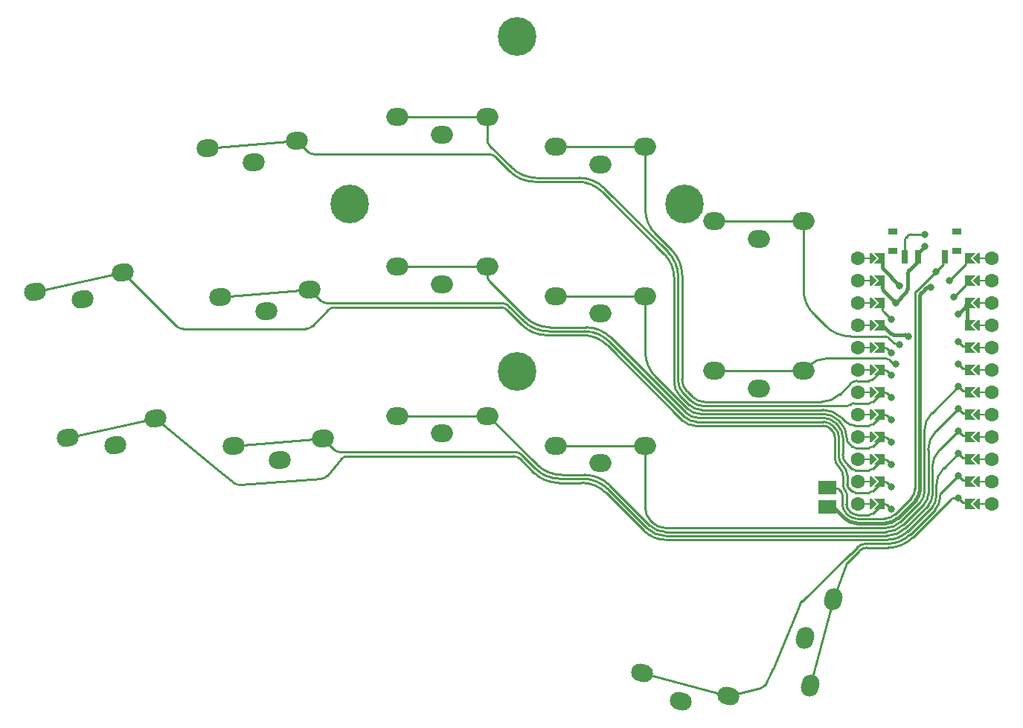
<source format=gbr>
G04 #@! TF.GenerationSoftware,KiCad,Pcbnew,6.0.0-d3dd2cf0fa~116~ubuntu20.04.1*
G04 #@! TF.CreationDate,2022-01-08T10:42:02-05:00*
G04 #@! TF.ProjectId,phantoma,7068616e-746f-46d6-912e-6b696361645f,0.1*
G04 #@! TF.SameCoordinates,Original*
G04 #@! TF.FileFunction,Copper,L1,Top*
G04 #@! TF.FilePolarity,Positive*
%FSLAX46Y46*%
G04 Gerber Fmt 4.6, Leading zero omitted, Abs format (unit mm)*
G04 Created by KiCad (PCBNEW 6.0.0-d3dd2cf0fa~116~ubuntu20.04.1) date 2022-01-08 10:42:02*
%MOMM*%
%LPD*%
G01*
G04 APERTURE LIST*
G04 Aperture macros list*
%AMHorizOval*
0 Thick line with rounded ends*
0 $1 width*
0 $2 $3 position (X,Y) of the first rounded end (center of the circle)*
0 $4 $5 position (X,Y) of the second rounded end (center of the circle)*
0 Add line between two ends*
20,1,$1,$2,$3,$4,$5,0*
0 Add two circle primitives to create the rounded ends*
1,1,$1,$2,$3*
1,1,$1,$4,$5*%
%AMFreePoly0*
4,1,6,0.600000,0.200000,0.000000,-0.400000,-0.600000,0.200000,-0.600000,0.400000,0.600000,0.400000,0.600000,0.200000,0.600000,0.200000,$1*%
%AMFreePoly1*
4,1,5,0.125000,-0.500000,-0.125000,-0.500000,-0.125000,0.500000,0.125000,0.500000,0.125000,-0.500000,0.125000,-0.500000,$1*%
%AMFreePoly2*
4,1,6,0.600000,-0.250000,-0.600000,-0.250000,-0.600000,1.000000,0.000000,0.400000,0.600000,1.000000,0.600000,-0.250000,0.600000,-0.250000,$1*%
G04 Aperture macros list end*
G04 #@! TA.AperFunction,ComponentPad*
%ADD10HorizOval,2.000000X0.244074X0.054110X-0.244074X-0.054110X0*%
G04 #@! TD*
G04 #@! TA.AperFunction,ComponentPad*
%ADD11HorizOval,2.000000X0.249049X0.021789X-0.249049X-0.021789X0*%
G04 #@! TD*
G04 #@! TA.AperFunction,ComponentPad*
%ADD12O,2.500000X2.000000*%
G04 #@! TD*
G04 #@! TA.AperFunction,ComponentPad*
%ADD13HorizOval,2.000000X0.241481X-0.064705X-0.241481X0.064705X0*%
G04 #@! TD*
G04 #@! TA.AperFunction,ComponentPad*
%ADD14HorizOval,2.000000X-0.064705X-0.241481X0.064705X0.241481X0*%
G04 #@! TD*
G04 #@! TA.AperFunction,SMDPad,CuDef*
%ADD15R,2.100000X1.500000*%
G04 #@! TD*
G04 #@! TA.AperFunction,ComponentPad*
%ADD16C,1.600000*%
G04 #@! TD*
G04 #@! TA.AperFunction,SMDPad,CuDef*
%ADD17FreePoly0,90.000000*%
G04 #@! TD*
G04 #@! TA.AperFunction,SMDPad,CuDef*
%ADD18FreePoly0,270.000000*%
G04 #@! TD*
G04 #@! TA.AperFunction,SMDPad,CuDef*
%ADD19FreePoly1,270.000000*%
G04 #@! TD*
G04 #@! TA.AperFunction,SMDPad,CuDef*
%ADD20FreePoly1,90.000000*%
G04 #@! TD*
G04 #@! TA.AperFunction,SMDPad,CuDef*
%ADD21FreePoly2,270.000000*%
G04 #@! TD*
G04 #@! TA.AperFunction,SMDPad,CuDef*
%ADD22FreePoly2,90.000000*%
G04 #@! TD*
G04 #@! TA.AperFunction,SMDPad,CuDef*
%ADD23R,1.000000X0.800000*%
G04 #@! TD*
G04 #@! TA.AperFunction,SMDPad,CuDef*
%ADD24R,0.700000X1.500000*%
G04 #@! TD*
G04 #@! TA.AperFunction,ComponentPad*
%ADD25C,4.400000*%
G04 #@! TD*
G04 #@! TA.AperFunction,ViaPad*
%ADD26C,0.800000*%
G04 #@! TD*
G04 #@! TA.AperFunction,Conductor*
%ADD27C,0.250000*%
G04 #@! TD*
G04 #@! TA.AperFunction,Conductor*
%ADD28C,0.400000*%
G04 #@! TD*
G04 APERTURE END LIST*
D10*
X32925503Y-68182001D03*
X42883722Y-65974317D03*
X38337492Y-69030751D03*
D11*
X52514091Y-51867116D03*
X62675277Y-50978127D03*
X57768996Y-53415011D03*
D12*
X74140000Y-48305728D03*
X84340000Y-48305728D03*
X79240000Y-50305728D03*
X102349010Y-51674444D03*
X92149010Y-51674444D03*
X97249010Y-53674444D03*
X120349006Y-60174447D03*
X110149006Y-60174447D03*
X115249006Y-62174447D03*
D10*
X36604979Y-84779027D03*
X46563198Y-82571343D03*
X42016968Y-85627777D03*
D11*
X64156919Y-67913443D03*
X53995733Y-68802432D03*
X59250638Y-70350327D03*
D12*
X74140000Y-65305728D03*
X84340000Y-65305728D03*
X79240000Y-67305728D03*
X102349010Y-68674441D03*
X92149010Y-68674441D03*
X97249010Y-70674441D03*
X110149010Y-77174446D03*
X120349010Y-77174446D03*
X115249010Y-79174446D03*
D11*
X55477381Y-85737740D03*
X65638567Y-84848751D03*
X60732286Y-87285635D03*
D12*
X74140000Y-82305739D03*
X84340000Y-82305739D03*
X79240000Y-84305739D03*
X92149010Y-85674443D03*
X102349010Y-85674443D03*
X97249010Y-87674443D03*
D13*
X101971662Y-111503864D03*
X111824105Y-114143818D03*
X106380246Y-114755692D03*
D14*
X123766274Y-103112052D03*
X121126320Y-112964495D03*
X120514446Y-107520636D03*
D15*
X123046965Y-92679741D03*
X123046965Y-90479741D03*
D16*
X126519009Y-64334446D03*
X141759009Y-74494446D03*
D17*
X128297009Y-71954446D03*
D18*
X139981009Y-82114446D03*
D16*
X141759009Y-69414446D03*
X126519009Y-71954446D03*
X126519009Y-77034446D03*
D17*
X128297009Y-87194446D03*
D19*
X140489009Y-71954446D03*
D17*
X128297009Y-92274446D03*
D16*
X141759009Y-79574446D03*
D17*
X128297009Y-84654446D03*
D16*
X141759009Y-92274446D03*
D19*
X140489009Y-77034446D03*
D18*
X139981009Y-87194446D03*
D17*
X128297009Y-77034446D03*
X128297009Y-79574446D03*
D16*
X126519009Y-66874446D03*
D19*
X140489009Y-69414446D03*
D16*
X141759009Y-84654446D03*
D19*
X140489009Y-87194446D03*
D17*
X128297009Y-64334446D03*
D16*
X141759009Y-77034446D03*
D19*
X140489009Y-82114446D03*
D20*
X127789009Y-89734446D03*
D16*
X141759009Y-64334446D03*
D17*
X128297009Y-66874446D03*
X128297009Y-89734446D03*
D18*
X139981009Y-89734446D03*
D20*
X127789009Y-69414446D03*
D16*
X141759009Y-82114446D03*
D19*
X140489009Y-89734446D03*
X140489009Y-79574446D03*
D16*
X141759009Y-71954446D03*
D19*
X140489009Y-84654446D03*
D16*
X126519009Y-69414446D03*
D20*
X127789009Y-74494446D03*
D17*
X128297009Y-74494446D03*
D18*
X139981009Y-79574446D03*
D16*
X126519009Y-89734446D03*
X126519009Y-79574446D03*
D17*
X128297009Y-69414446D03*
D19*
X140489009Y-92274446D03*
D20*
X127789009Y-66874446D03*
X127789009Y-87194446D03*
D16*
X126519009Y-87194446D03*
D18*
X139981009Y-74494446D03*
D20*
X127789009Y-84654446D03*
X127789009Y-77034446D03*
D19*
X140489009Y-74494446D03*
D16*
X141759009Y-66874446D03*
D20*
X127789009Y-64334446D03*
D18*
X139981009Y-69414446D03*
D20*
X127789009Y-79574446D03*
X127789009Y-71954446D03*
X127789009Y-82114446D03*
D16*
X126519009Y-74494446D03*
D18*
X139981009Y-71954446D03*
D16*
X126519009Y-84654446D03*
D18*
X139981009Y-66874446D03*
D19*
X140489009Y-66874446D03*
D16*
X126519009Y-92274446D03*
D18*
X139981009Y-64334446D03*
D16*
X126519009Y-82114446D03*
D19*
X140489009Y-64334446D03*
D18*
X139981009Y-84654446D03*
D16*
X141759009Y-89734446D03*
D18*
X139981009Y-92274446D03*
D17*
X128297009Y-82114446D03*
D18*
X139981009Y-77034446D03*
D20*
X127789009Y-92274446D03*
D16*
X141759009Y-87194446D03*
D21*
X138965009Y-64334446D03*
X138965009Y-66874446D03*
X138965009Y-69414446D03*
X138965009Y-71954446D03*
X138965009Y-74494446D03*
X138965009Y-77034446D03*
X138965009Y-79574446D03*
X138965009Y-82114446D03*
X138965009Y-84654446D03*
X138965009Y-87194446D03*
X138965009Y-89734446D03*
X138965009Y-92274446D03*
D22*
X129313009Y-92274446D03*
X129313009Y-89734446D03*
X129313009Y-87194446D03*
X129313009Y-84654446D03*
X129313009Y-82114446D03*
X129313009Y-79574446D03*
X129313009Y-77034446D03*
X129313009Y-74494446D03*
X129313009Y-71954446D03*
X129313009Y-69414446D03*
X129313009Y-66874446D03*
X129313009Y-64334446D03*
D23*
X130497486Y-63541256D03*
X137797486Y-61341256D03*
X137797486Y-63541256D03*
X130497486Y-61341256D03*
D24*
X136397486Y-64191256D03*
X133397486Y-64191256D03*
X131897486Y-64191256D03*
D25*
X68707000Y-58166000D03*
X87757000Y-39116000D03*
X106807000Y-58166000D03*
X87757000Y-77216000D03*
D26*
X134147489Y-61641258D03*
X130313005Y-92909447D03*
X130313007Y-82749441D03*
X130313007Y-80209443D03*
X130313006Y-77669446D03*
X137965009Y-73859446D03*
X131313009Y-74176946D03*
X137965007Y-86559444D03*
X130313008Y-90369445D03*
X130313007Y-87829443D03*
X130313009Y-85289444D03*
X137965009Y-76399444D03*
X130813009Y-76399446D03*
X137965005Y-84019446D03*
X137965011Y-81479447D03*
X137965007Y-78939446D03*
X137965007Y-89099443D03*
X137965009Y-91639446D03*
X130313008Y-71319445D03*
X137465008Y-68779446D03*
X136965009Y-66874444D03*
X130813008Y-69414444D03*
X137965007Y-70684444D03*
X134147491Y-63041258D03*
X132313009Y-73224443D03*
X123046965Y-90479742D03*
X135419174Y-65864289D03*
X123046964Y-92679742D03*
X134818840Y-67673956D03*
X131313008Y-67509445D03*
X130313007Y-75129443D03*
D27*
X125215274Y-99232558D02*
G75*
G02*
X125353084Y-99018230I562072J-209936D01*
G01*
X115536996Y-113252822D02*
G75*
G03*
X115933643Y-112937714I-140014J583441D01*
G01*
X101971662Y-111503864D02*
X111824105Y-114143818D01*
X115536996Y-113252822D02*
X111824105Y-114143818D01*
X121126320Y-112964495D02*
X123766274Y-103112052D01*
X125215274Y-99232558D02*
X123766274Y-103112052D01*
X131897489Y-62318221D02*
X131897489Y-64191257D01*
X132220901Y-61787703D02*
X132043936Y-61964667D01*
X134147489Y-61641258D02*
X132574454Y-61641257D01*
X132043936Y-61964667D02*
G75*
G03*
X131897489Y-62318221I353550J-353553D01*
G01*
X132220901Y-61787703D02*
G75*
G02*
X132574454Y-61641257I353553J-353556D01*
G01*
X49006512Y-72097107D02*
X42883722Y-65974317D01*
X124860480Y-89223236D02*
X124860480Y-90309091D01*
X129824454Y-92420891D02*
X130313005Y-92909447D01*
X123328133Y-83701005D02*
X123618547Y-83991419D01*
X98044504Y-74282276D02*
X106584555Y-82822325D01*
X86604153Y-70241176D02*
X88302112Y-71939130D01*
X129313004Y-92274443D02*
X129470899Y-92274443D01*
X66283823Y-70241177D02*
X64427893Y-72097107D01*
X126414214Y-93540000D02*
X127840348Y-93540000D01*
X125230000Y-91092825D02*
X125230000Y-92355786D01*
X63720786Y-72390000D02*
X49713619Y-72390000D01*
X42883722Y-65974317D02*
X32925503Y-68182001D01*
X85897047Y-69948284D02*
X66990930Y-69948284D01*
X128193902Y-93393553D02*
X129313009Y-92274446D01*
X125006927Y-90662645D02*
X125083554Y-90739272D01*
X123911440Y-84698526D02*
X123911440Y-87031556D01*
X125522893Y-93062893D02*
X125707107Y-93247107D01*
X107998768Y-83408112D02*
X122621026Y-83408112D01*
X91130532Y-73110701D02*
X95216077Y-73110701D01*
X124350780Y-88092216D02*
X124421140Y-88162576D01*
X98044504Y-74282276D02*
G75*
G03*
X95216077Y-73110701I-2828427J-2828419D01*
G01*
X125006927Y-90662645D02*
G75*
G02*
X124860480Y-90309091I353550J353553D01*
G01*
X125083554Y-90739272D02*
G75*
G02*
X125230000Y-91092825I-353556J-353553D01*
G01*
X123911439Y-84698526D02*
G75*
G03*
X123618546Y-83991420I-999993J3D01*
G01*
X125522893Y-93062893D02*
G75*
G02*
X125230000Y-92355786I707106J707106D01*
G01*
X124421140Y-88162576D02*
G75*
G02*
X124860480Y-89223236I-1060662J-1060661D01*
G01*
X91130532Y-73110700D02*
G75*
G02*
X88302113Y-71939129I15J4000023D01*
G01*
X127840348Y-93540000D02*
G75*
G03*
X128193902Y-93393553I1J499997D01*
G01*
X124350780Y-88092216D02*
G75*
G02*
X123911440Y-87031556I1060662J1060661D01*
G01*
X126414214Y-93539999D02*
G75*
G02*
X125707108Y-93247106I-3J999993D01*
G01*
X122621026Y-83408113D02*
G75*
G02*
X123328132Y-83701006I3J-999993D01*
G01*
X63720786Y-72389999D02*
G75*
G03*
X64427892Y-72097106I3J999993D01*
G01*
X66990930Y-69948285D02*
G75*
G03*
X66283824Y-70241178I-3J-999993D01*
G01*
X49713619Y-72389999D02*
G75*
G02*
X49006513Y-72097106I-3J999993D01*
G01*
X107998768Y-83408111D02*
G75*
G02*
X106584556Y-82822324I-1J1999994D01*
G01*
X85897047Y-69948285D02*
G75*
G02*
X86604152Y-70241177I1J-999998D01*
G01*
X129470899Y-92274443D02*
G75*
G02*
X129824454Y-92420891I3J-499992D01*
G01*
X129313008Y-82114446D02*
X129470904Y-82114446D01*
X129824459Y-82260893D02*
X130313007Y-82749441D01*
X121497752Y-81610032D02*
X122537391Y-81610032D01*
X89770399Y-55661182D02*
X94640441Y-55661183D01*
X106217752Y-79912654D02*
X107329345Y-81024246D01*
X97468866Y-56832755D02*
X104460392Y-63824282D01*
X84574252Y-52536104D02*
X64647468Y-52536104D01*
X105631965Y-66652709D02*
X105631965Y-78498440D01*
X63940361Y-52243211D02*
X62675277Y-50978127D01*
X125110660Y-82940660D02*
X124658711Y-82488711D01*
X108743558Y-81610033D02*
X121497752Y-81610032D01*
X127840348Y-83380000D02*
X126171320Y-83380000D01*
X129313009Y-82114446D02*
X128193901Y-83233554D01*
X62675277Y-50978127D02*
X52514091Y-51867116D01*
X85281360Y-52828999D02*
X86941965Y-54489609D01*
X89770399Y-55661181D02*
G75*
G02*
X86941966Y-54489608I-15J3999980D01*
G01*
X97468866Y-56832755D02*
G75*
G03*
X94640441Y-55661183I-2828421J-2828416D01*
G01*
X84574252Y-52536104D02*
G75*
G02*
X85281360Y-52828999I-1J-1000001D01*
G01*
X108743558Y-81610032D02*
G75*
G02*
X107329346Y-81024245I-1J1999994D01*
G01*
X129824459Y-82260893D02*
G75*
G03*
X129470904Y-82114446I-353553J-353550D01*
G01*
X125110660Y-82940660D02*
G75*
G03*
X126171320Y-83380000I1060661J1060662D01*
G01*
X128193901Y-83233554D02*
G75*
G02*
X127840348Y-83380000I-353553J353556D01*
G01*
X105631965Y-66652709D02*
G75*
G03*
X104460392Y-63824282I-3999994J2D01*
G01*
X122537391Y-81610032D02*
G75*
G02*
X124658711Y-82488711I1J-2999998D01*
G01*
X106217752Y-79912654D02*
G75*
G02*
X105631965Y-78498440I1414217J1414216D01*
G01*
X64647468Y-52536103D02*
G75*
G02*
X63940362Y-52243210I-3J999993D01*
G01*
X129824454Y-79720891D02*
X130313007Y-80209443D01*
X97655064Y-56383236D02*
X104909912Y-63638085D01*
X125685935Y-81014065D02*
X125713554Y-80986446D01*
X89956590Y-55211664D02*
X94826637Y-55211660D01*
X128193902Y-80693553D02*
X129313009Y-79574446D01*
X108929755Y-81160512D02*
X125332381Y-81160512D01*
X84360310Y-50858018D02*
X84360310Y-48305728D01*
X106667273Y-79726455D02*
X107515542Y-80574727D01*
X97655065Y-56383235D02*
X97655064Y-56383236D01*
X126067107Y-80840000D02*
X127840348Y-80840000D01*
X84360310Y-48305728D02*
X74160310Y-48305728D01*
X87128165Y-54040087D02*
X84653203Y-51565125D01*
X129313006Y-79574444D02*
X129470902Y-79574444D01*
X106081485Y-66466513D02*
X106081485Y-78312242D01*
X129824454Y-79720891D02*
G75*
G03*
X129470902Y-79574444I-353551J-353545D01*
G01*
X108929755Y-81160512D02*
G75*
G02*
X107515542Y-80574727I1J2000004D01*
G01*
X127840348Y-80840000D02*
G75*
G03*
X128193902Y-80693553I1J499997D01*
G01*
X125332381Y-81160512D02*
G75*
G03*
X125685935Y-81014065I1J499997D01*
G01*
X89956590Y-55211663D02*
G75*
G02*
X87128165Y-54040087I7J4000002D01*
G01*
X106667273Y-79726455D02*
G75*
G02*
X106081485Y-78312242I1414202J1414211D01*
G01*
X106081485Y-66466513D02*
G75*
G03*
X104909912Y-63638085I-3999994J3D01*
G01*
X97655065Y-56383235D02*
G75*
G03*
X94826637Y-55211660I-2828454J-2828485D01*
G01*
X126067107Y-80840001D02*
G75*
G03*
X125713554Y-80986446I0J-500001D01*
G01*
X84360311Y-50858018D02*
G75*
G03*
X84653204Y-51565124I999993J-3D01*
G01*
X129313008Y-77034445D02*
X129470900Y-77034445D01*
X126404214Y-78320000D02*
X127820348Y-78320000D01*
X129824456Y-77180893D02*
X130313006Y-77669446D01*
X106531005Y-66280314D02*
X106531005Y-78126045D01*
X109115953Y-80710991D02*
X122356367Y-80710992D01*
X102349006Y-51674444D02*
X102349005Y-58784604D01*
X128173902Y-78173553D02*
X129313009Y-77034446D01*
X107116792Y-79540259D02*
X107701739Y-80125206D01*
X124477688Y-79832312D02*
X125697107Y-78612893D01*
X92149003Y-51674443D02*
X102349007Y-51674446D01*
X103520579Y-61613034D02*
X105359433Y-63451888D01*
X103520579Y-61613030D02*
X103520579Y-61613034D01*
X127820348Y-78320000D02*
G75*
G03*
X128173902Y-78173553I1J499997D01*
G01*
X124477688Y-79832312D02*
G75*
G02*
X122356367Y-80710992I-2121323J2121325D01*
G01*
X129824456Y-77180893D02*
G75*
G03*
X129470900Y-77034445I-353554J-353549D01*
G01*
X109115953Y-80710990D02*
G75*
G02*
X107701740Y-80125205I-5J1999992D01*
G01*
X106531005Y-66280314D02*
G75*
G03*
X105359433Y-63451888I-3999992J3D01*
G01*
X107116792Y-79540259D02*
G75*
G02*
X106531005Y-78126045I1414213J1414214D01*
G01*
X103520579Y-61613030D02*
G75*
G02*
X102349005Y-58784604I2828405J2828419D01*
G01*
X126404214Y-78320001D02*
G75*
G03*
X125697108Y-78612894I-3J-999993D01*
G01*
X125696854Y-73240000D02*
X129649672Y-73240000D01*
X121520579Y-70720579D02*
X122868427Y-72068427D01*
X130003226Y-73386447D02*
X130647279Y-74030500D01*
X120349006Y-60174447D02*
X120349006Y-67892152D01*
X138453559Y-74347997D02*
X137965009Y-73859446D01*
X138965009Y-74494444D02*
X138807113Y-74494444D01*
X110149006Y-60174447D02*
X120349009Y-60174449D01*
X131000832Y-74176946D02*
X131313009Y-74176946D01*
X120349006Y-67892152D02*
G75*
G03*
X121520579Y-70720579I3999999J0D01*
G01*
X130647279Y-74030500D02*
G75*
G03*
X131000832Y-74176946I353553J353556D01*
G01*
X125696854Y-73240000D02*
G75*
G02*
X122868427Y-72068427I0J3999999D01*
G01*
X129649672Y-73240000D02*
G75*
G02*
X130003226Y-73386447I1J-499997D01*
G01*
X138453559Y-74347997D02*
G75*
G03*
X138807113Y-74494444I353553J353550D01*
G01*
X136313800Y-88210651D02*
X137965007Y-86559444D01*
X67762522Y-87177478D02*
X66183887Y-89081310D01*
X88086788Y-87177478D02*
X89635740Y-88726430D01*
X46563198Y-82571343D02*
X36604979Y-84779027D01*
X138453561Y-87048000D02*
X137965007Y-86559444D01*
X87379681Y-86884585D02*
X68469629Y-86884585D01*
X104666470Y-96387120D02*
X129871335Y-96387120D01*
X53458768Y-88258211D02*
X46563198Y-82571343D01*
X132226001Y-95411785D02*
X134995780Y-92642005D01*
X138965008Y-87194447D02*
X138807114Y-87194447D01*
X135435120Y-91581345D02*
X135435120Y-90331972D01*
X55573724Y-89928203D02*
X53475375Y-88271612D01*
X65489830Y-89440139D02*
X56269099Y-90140448D01*
X97899177Y-91069575D02*
X102191597Y-95361994D01*
X92464167Y-89898003D02*
X95070750Y-89898003D01*
X88086788Y-87177478D02*
G75*
G03*
X87379681Y-86884585I-707106J-707106D01*
G01*
X97899177Y-91069575D02*
G75*
G03*
X95070750Y-89898003I-2828430J-2828436D01*
G01*
X66183886Y-89081309D02*
G75*
G02*
X65489830Y-89440138I-769788J638299D01*
G01*
X68469629Y-86884586D02*
G75*
G03*
X67762523Y-87177479I-3J-999993D01*
G01*
X135435121Y-90331972D02*
G75*
G02*
X136313801Y-88210652I2999993J3D01*
G01*
X132226001Y-95411785D02*
G75*
G02*
X129871335Y-96387120I-2354665J2354662D01*
G01*
X104666470Y-96387119D02*
G75*
G02*
X102191598Y-95361993I1J3500001D01*
G01*
X138453561Y-87048000D02*
G75*
G03*
X138807114Y-87194447I353555J353557D01*
G01*
X55573725Y-89928202D02*
G75*
G03*
X56269099Y-90140447I619642J784880D01*
G01*
X53458768Y-88258210D02*
G75*
G03*
X53475375Y-88271611I636249J771472D01*
G01*
X135435119Y-91581345D02*
G75*
G02*
X134995779Y-92642004I-1500001J1D01*
G01*
X92464167Y-89898003D02*
G75*
G02*
X89635740Y-88726430I0J3999999D01*
G01*
X98230698Y-73832754D02*
X106770749Y-82372806D01*
X124800300Y-87906018D02*
X124870660Y-87976378D01*
X125456447Y-90476447D02*
X125833554Y-90853554D01*
X124360960Y-84719434D02*
X124360960Y-86845358D01*
X86064121Y-69479636D02*
X66137326Y-69479636D01*
X126187107Y-91000000D02*
X127840348Y-91000000D01*
X125310000Y-89037038D02*
X125310000Y-90122893D01*
X91316735Y-72661181D02*
X95402271Y-72661182D01*
X121312528Y-82958593D02*
X122600119Y-82958593D01*
X108184964Y-82958593D02*
X108184962Y-82958591D01*
X65430219Y-69186743D02*
X64156919Y-67913443D01*
X129313009Y-89734443D02*
X129470902Y-89734443D01*
X123660779Y-83397933D02*
X123921620Y-83658774D01*
X121312528Y-82958593D02*
X108184964Y-82958593D01*
X86771228Y-69772530D02*
X88488306Y-71489611D01*
X128193902Y-90853553D02*
X129313009Y-89734446D01*
X129824455Y-89880890D02*
X130313008Y-90369445D01*
X64156919Y-67913443D02*
X53995733Y-68802432D01*
X129824455Y-89880890D02*
G75*
G03*
X129470902Y-89734443I-353555J-353557D01*
G01*
X108184962Y-82958591D02*
G75*
G02*
X106770749Y-82372806I1J2000004D01*
G01*
X124360961Y-86845358D02*
G75*
G03*
X124800301Y-87906017I1500001J1D01*
G01*
X86771228Y-69772530D02*
G75*
G03*
X86064121Y-69479636I-707108J-707107D01*
G01*
X98230698Y-73832754D02*
G75*
G03*
X95402271Y-72661182I-2828416J-2828403D01*
G01*
X125456447Y-90476447D02*
G75*
G02*
X125310000Y-90122893I353550J353553D01*
G01*
X127840348Y-91000000D02*
G75*
G03*
X128193902Y-90853553I1J499997D01*
G01*
X124870660Y-87976378D02*
G75*
G02*
X125310000Y-89037038I-1060662J-1060661D01*
G01*
X125833554Y-90853554D02*
G75*
G03*
X126187107Y-91000000I353553J353556D01*
G01*
X123921620Y-83658774D02*
G75*
G02*
X124360960Y-84719434I-1060662J-1060661D01*
G01*
X91316735Y-72661181D02*
G75*
G02*
X88488306Y-71489611I-9J3999989D01*
G01*
X123660779Y-83397933D02*
G75*
G03*
X122600119Y-82958593I-1060661J-1060662D01*
G01*
X66137326Y-69479635D02*
G75*
G02*
X65430220Y-69186742I-3J999993D01*
G01*
X98416906Y-73383238D02*
X106956954Y-81923285D01*
X84360306Y-66311683D02*
X84360306Y-65305728D01*
X129313007Y-87194443D02*
X129470902Y-87194443D01*
X123993422Y-83094858D02*
X124224694Y-83326130D01*
X128193902Y-88313553D02*
X129313009Y-87194446D01*
X129824454Y-87340890D02*
X130313007Y-87829443D01*
X88674500Y-71040091D02*
X84653199Y-67018790D01*
X84360306Y-65305728D02*
X74160306Y-65305728D01*
X126197107Y-88460000D02*
X127840348Y-88460000D01*
X113800929Y-82509071D02*
X122579208Y-82509071D01*
X108371167Y-82509072D02*
X113800929Y-82509071D01*
X91502926Y-72211666D02*
X95588481Y-72211668D01*
X125249820Y-87719820D02*
X125843554Y-88313554D01*
X124810480Y-84740343D02*
X124810480Y-86659160D01*
X122579208Y-82509072D02*
G75*
G02*
X123993421Y-83094859I0J-1999999D01*
G01*
X98416906Y-73383238D02*
G75*
G03*
X95588481Y-72211668I-2828411J-2828398D01*
G01*
X91502926Y-72211665D02*
G75*
G02*
X88674501Y-71040090I25J4000052D01*
G01*
X125843554Y-88313554D02*
G75*
G03*
X126197107Y-88460000I353553J353556D01*
G01*
X124224694Y-83326130D02*
G75*
G02*
X124810480Y-84740343I-1414214J-1414213D01*
G01*
X129824454Y-87340890D02*
G75*
G03*
X129470902Y-87194443I-353551J-353545D01*
G01*
X128193902Y-88313553D02*
G75*
G02*
X127840348Y-88460000I-353553J353550D01*
G01*
X125249820Y-87719820D02*
G75*
G02*
X124810480Y-86659160I1060662J1060661D01*
G01*
X108371167Y-82509071D02*
G75*
G02*
X106956955Y-81923284I-1J1999994D01*
G01*
X84653199Y-67018790D02*
G75*
G02*
X84360306Y-66311683I707106J707106D01*
G01*
X102349012Y-68674442D02*
X102349011Y-75022776D01*
X108557361Y-82059551D02*
X122039551Y-82059551D01*
X124326066Y-82791784D02*
X124527767Y-82993485D01*
X129824454Y-84800891D02*
X130313009Y-85289444D01*
X128183902Y-85783553D02*
X129313009Y-84654446D01*
X125260000Y-84761252D02*
X125260000Y-84952893D01*
X125406447Y-85306447D02*
X125883554Y-85783554D01*
X122039551Y-82059551D02*
X122558299Y-82059551D01*
X126237107Y-85930000D02*
X127830348Y-85930000D01*
X129313008Y-84654447D02*
X129470896Y-84654445D01*
X92149001Y-68674445D02*
X102349018Y-68674447D01*
X103520584Y-77851202D02*
X107143148Y-81473766D01*
X129824454Y-84800891D02*
G75*
G03*
X129470896Y-84654445I-353553J-353554D01*
G01*
X108557361Y-82059551D02*
G75*
G02*
X107143148Y-81473766I1J2000004D01*
G01*
X103520584Y-77851202D02*
G75*
G02*
X102349011Y-75022776I2828410J2828420D01*
G01*
X128183902Y-85783553D02*
G75*
G02*
X127830348Y-85930000I-353553J353550D01*
G01*
X125406447Y-85306447D02*
G75*
G02*
X125260000Y-84952893I353550J353553D01*
G01*
X125259999Y-84761252D02*
G75*
G03*
X124527767Y-82993485I-2499996J2D01*
G01*
X125883554Y-85783554D02*
G75*
G03*
X126237107Y-85930000I353553J353556D01*
G01*
X122558299Y-82059552D02*
G75*
G02*
X124326066Y-82791784I2J-2499996D01*
G01*
X138453558Y-76887996D02*
X137965009Y-76399444D01*
X130813009Y-76399446D02*
X130766553Y-76399446D01*
X120349010Y-77174446D02*
X120894777Y-76628679D01*
X123016097Y-75750000D02*
X129702893Y-75750000D01*
X110149013Y-77174444D02*
X120349007Y-77174445D01*
X130412999Y-76252999D02*
X130056446Y-75896446D01*
X138965008Y-77034444D02*
X138807114Y-77034444D01*
X130412999Y-76252999D02*
G75*
G03*
X130766553Y-76399446I353553J353550D01*
G01*
X138453558Y-76887996D02*
G75*
G03*
X138807114Y-77034444I353554J353549D01*
G01*
X120894777Y-76628679D02*
G75*
G02*
X123016097Y-75750000I2121319J-2121319D01*
G01*
X130056446Y-75896446D02*
G75*
G03*
X129702893Y-75750000I-353553J-353556D01*
G01*
X66911870Y-86122054D02*
X65638567Y-84848751D01*
X88252868Y-86707840D02*
X89821938Y-88276910D01*
X104645561Y-95937600D02*
X129821828Y-95937600D01*
X131943149Y-95058920D02*
X134546260Y-92455808D01*
X138453561Y-84508000D02*
X137965005Y-84019446D01*
X134985600Y-91395148D02*
X134985600Y-88241492D01*
X98085375Y-90620056D02*
X102524241Y-95058921D01*
X87545761Y-86414947D02*
X67618977Y-86414947D01*
X65638567Y-84848751D02*
X55477381Y-85737740D01*
X138965007Y-84654447D02*
X138807110Y-84654446D01*
X135864280Y-86120171D02*
X137965005Y-84019446D01*
X92650365Y-89448483D02*
X95256948Y-89448483D01*
X131943149Y-95058920D02*
G75*
G02*
X129821828Y-95937600I-2121318J2121314D01*
G01*
X92650365Y-89448483D02*
G75*
G02*
X89821938Y-88276910I0J3999999D01*
G01*
X98085375Y-90620056D02*
G75*
G03*
X95256948Y-89448483I-2828427J-2828426D01*
G01*
X66911870Y-86122054D02*
G75*
G03*
X67618977Y-86414947I707106J707106D01*
G01*
X134985601Y-88241492D02*
G75*
G02*
X135864281Y-86120172I2999993J3D01*
G01*
X88252868Y-86707840D02*
G75*
G03*
X87545761Y-86414947I-707106J-707106D01*
G01*
X104645561Y-95937600D02*
G75*
G02*
X102524241Y-95058921I-1J2999998D01*
G01*
X138453561Y-84508000D02*
G75*
G03*
X138807110Y-84654446I353554J353558D01*
G01*
X134985599Y-91395148D02*
G75*
G02*
X134546259Y-92455807I-1500001J1D01*
G01*
X84486476Y-82305739D02*
X84360299Y-82305739D01*
X131660296Y-94706055D02*
X134096740Y-92269611D01*
X98271573Y-90170536D02*
X102856884Y-94755847D01*
X138965008Y-82114444D02*
X138807116Y-82114444D01*
X90008127Y-87827390D02*
X84486476Y-82305739D01*
X138453563Y-81967998D02*
X137965011Y-81479447D01*
X135414760Y-84029698D02*
X137965011Y-81479447D01*
X84360299Y-82305739D02*
X74160299Y-82305739D01*
X92836554Y-88998963D02*
X95443146Y-88998963D01*
X104624651Y-95488080D02*
X129772321Y-95488080D01*
X134536080Y-91208951D02*
X134536080Y-86151019D01*
X98271573Y-90170536D02*
G75*
G03*
X95443146Y-88998963I-2828427J-2828426D01*
G01*
X92836554Y-88998963D02*
G75*
G02*
X90008127Y-87827390I0J3999999D01*
G01*
X131660296Y-94706055D02*
G75*
G02*
X129772321Y-95488080I-1887976J1887977D01*
G01*
X138453563Y-81967998D02*
G75*
G03*
X138807116Y-82114444I353553J353556D01*
G01*
X134536081Y-86151019D02*
G75*
G02*
X135414761Y-84029699I2999993J3D01*
G01*
X104624651Y-95488079D02*
G75*
G02*
X102856884Y-94755847I-2J2499996D01*
G01*
X134536079Y-91208951D02*
G75*
G02*
X134096739Y-92269610I-1500001J1D01*
G01*
X138453560Y-79427998D02*
X137965007Y-78939446D01*
X102934797Y-94198042D02*
X103189529Y-94452774D01*
X104603742Y-95038560D02*
X129726956Y-95038560D01*
X131374514Y-94356119D02*
X133647220Y-92083414D01*
X92149003Y-85674451D02*
X102349002Y-85674442D01*
X134086560Y-91022753D02*
X134086560Y-84060534D01*
X102349010Y-85674443D02*
X102349010Y-92783828D01*
X134965240Y-81939213D02*
X137965007Y-78939446D01*
X138965007Y-79574444D02*
X138807114Y-79574444D01*
X131374514Y-94356119D02*
G75*
G02*
X129726956Y-95038560I-1647560J1647562D01*
G01*
X134086560Y-91022753D02*
G75*
G02*
X133647220Y-92083414I-1499991J-4D01*
G01*
X138807114Y-79574443D02*
G75*
G02*
X138453560Y-79427998I-1J500001D01*
G01*
X102934797Y-94198042D02*
G75*
G02*
X102349010Y-92783828I1414213J1414214D01*
G01*
X104603742Y-95038559D02*
G75*
G02*
X103189530Y-94452773I0J1999999D01*
G01*
X134965240Y-81939213D02*
G75*
G03*
X134086560Y-84060534I2121325J-2121323D01*
G01*
X125716956Y-98014773D02*
X120164597Y-103360958D01*
X135298854Y-92974648D02*
X132511782Y-95761721D01*
X119935126Y-103696697D02*
X116853247Y-111093207D01*
X138965009Y-89734442D02*
X138807116Y-89734443D01*
X138453559Y-89587996D02*
X137965007Y-89099443D01*
X116824597Y-111155806D02*
X115933643Y-112937714D01*
X125730457Y-98001525D02*
X126495568Y-97236414D01*
X137965007Y-89099443D02*
X136031086Y-91033364D01*
X129916700Y-96836640D02*
X127460708Y-96836640D01*
X135884640Y-91386917D02*
X135884640Y-91560435D01*
X138453559Y-89587996D02*
G75*
G03*
X138807116Y-89734443I353554J353555D01*
G01*
X135298854Y-92974648D02*
G75*
G03*
X135884640Y-91560435I-1414214J1414213D01*
G01*
X135884641Y-91386917D02*
G75*
G02*
X136031086Y-91033364I500001J0D01*
G01*
X116824596Y-111155806D02*
G75*
G03*
X116853246Y-111093207I-894298J447154D01*
G01*
X119935127Y-103696697D02*
G75*
G02*
X120164598Y-103360959I923097J-384630D01*
G01*
X125730457Y-98001525D02*
G75*
G02*
X125716956Y-98014773I-704325J704273D01*
G01*
X129916700Y-96836639D02*
G75*
G03*
X132511781Y-95761720I3J3669990D01*
G01*
X126495568Y-97236414D02*
G75*
G02*
X127460708Y-96836640I965141J-965142D01*
G01*
X125353084Y-99018230D02*
X126735496Y-97635818D01*
X132794635Y-96114587D02*
X137123330Y-91785892D01*
X126735496Y-97635818D02*
X126735496Y-97632219D01*
X138453564Y-92128000D02*
X137965009Y-91639446D01*
X138965006Y-92274446D02*
X138807116Y-92274446D01*
X137476883Y-91639446D02*
X137965009Y-91639446D01*
X127570971Y-97286160D02*
X129966208Y-97286160D01*
X132794635Y-96114587D02*
G75*
G02*
X129966208Y-97286160I-2828427J2828426D01*
G01*
X127570971Y-97286160D02*
G75*
G03*
X126735496Y-97632219I1J-1181557D01*
G01*
X138807116Y-92274446D02*
G75*
G02*
X138453564Y-92128000I0J499997D01*
G01*
X137476883Y-91639447D02*
G75*
G03*
X137123330Y-91785892I0J-500001D01*
G01*
X129459455Y-70465891D02*
X130313008Y-71319445D01*
X129313008Y-69414445D02*
X129313009Y-70112339D01*
X129313009Y-70112339D02*
G75*
G03*
X129459455Y-70465891I499997J0D01*
G01*
X138965008Y-67072337D02*
X138965008Y-66874448D01*
X137465008Y-68779446D02*
X138818562Y-67425890D01*
X138818562Y-67425890D02*
G75*
G03*
X138965008Y-67072337I-353556J353553D01*
G01*
X138965009Y-64667337D02*
X138965010Y-64334446D01*
X136965009Y-66874444D02*
X138818563Y-65020889D01*
X138818563Y-65020889D02*
G75*
G03*
X138965009Y-64667337I-353551J353552D01*
G01*
D28*
X138965008Y-69414446D02*
X138965008Y-69477338D01*
X138818561Y-69830892D02*
X137965007Y-70684444D01*
X133543937Y-63644811D02*
X134147491Y-63041258D01*
X129459456Y-68060894D02*
X130813008Y-69414444D01*
X129313008Y-66874446D02*
X129313009Y-67707340D01*
X138965008Y-69414446D02*
X138965007Y-71954443D01*
X132037727Y-68189723D02*
X130813008Y-69414444D01*
X133397491Y-64191258D02*
X133397490Y-63998368D01*
X133251039Y-64842422D02*
X132330619Y-65762842D01*
X132184173Y-66116395D02*
X132184173Y-67836170D01*
X133397486Y-64191255D02*
X133397486Y-64488868D01*
X132184172Y-67836170D02*
G75*
G02*
X132037727Y-68189723I-500001J0D01*
G01*
X133397486Y-64488868D02*
G75*
G02*
X133251039Y-64842422I-499997J-1D01*
G01*
X132184174Y-66116395D02*
G75*
G02*
X132330619Y-65762842I500001J0D01*
G01*
X133543937Y-63644811D02*
G75*
G03*
X133397490Y-63998368I353555J-353554D01*
G01*
X138818561Y-69830892D02*
G75*
G03*
X138965008Y-69477338I-353550J353553D01*
G01*
X129459456Y-68060894D02*
G75*
G02*
X129313009Y-67707340I353550J353553D01*
G01*
X130621387Y-73055717D02*
X131937176Y-73055717D01*
X132290730Y-73202164D02*
X132313009Y-73224443D01*
X130267833Y-72909270D02*
X129313009Y-71954446D01*
X130621387Y-73055717D02*
G75*
G02*
X130267833Y-72909270I-1J499997D01*
G01*
X132290730Y-73202164D02*
G75*
G03*
X131937176Y-73055717I-353553J-353550D01*
G01*
D27*
X136397486Y-64191255D02*
X136397486Y-64678869D01*
X132598180Y-91648886D02*
X130746677Y-93500389D01*
X125374463Y-93550180D02*
X125219820Y-93395537D01*
X136251040Y-65032422D02*
X135419174Y-65864289D01*
X133037520Y-68453050D02*
X133037520Y-90588226D01*
X129565809Y-93989520D02*
X126435123Y-93989520D01*
X135419174Y-65864289D02*
X133183966Y-68099497D01*
X124634033Y-90925469D02*
X124334751Y-90626187D01*
X124780480Y-92334877D02*
X124780480Y-91279023D01*
X123981198Y-90479741D02*
X123046965Y-90479741D01*
X133037521Y-68453050D02*
G75*
G02*
X133183966Y-68099497I500001J0D01*
G01*
X129565809Y-93989519D02*
G75*
G03*
X130746676Y-93500388I0J1670000D01*
G01*
X125219820Y-93395537D02*
G75*
G02*
X124780480Y-92334877I1060662J1060661D01*
G01*
X123981198Y-90479742D02*
G75*
G02*
X124334751Y-90626187I0J-500001D01*
G01*
X133037519Y-90588226D02*
G75*
G02*
X132598179Y-91648885I-1500001J1D01*
G01*
X125374463Y-93550180D02*
G75*
G03*
X126435123Y-93989520I1060661J1060662D01*
G01*
X136251040Y-65032422D02*
G75*
G03*
X136397486Y-64678869I-353556J353553D01*
G01*
X124634033Y-90925469D02*
G75*
G02*
X124780480Y-91279023I-353550J-353553D01*
G01*
D28*
X129646382Y-94514040D02*
X126424966Y-94514040D01*
X133562040Y-68670313D02*
X133562040Y-90805489D01*
X129313007Y-65302340D02*
X129313008Y-64334444D01*
X133122700Y-91866150D02*
X131060595Y-93928254D01*
X131313008Y-67509445D02*
X129459454Y-65655894D01*
X134818840Y-67673956D02*
X134558397Y-67673956D01*
X125010752Y-93928253D02*
X123762240Y-92679741D01*
X134204843Y-67820403D02*
X133708486Y-68316760D01*
X123762240Y-92679741D02*
X123046965Y-92679741D01*
X133708486Y-68316760D02*
G75*
G03*
X133562040Y-68670313I353556J-353553D01*
G01*
X134558397Y-67673956D02*
G75*
G03*
X134204843Y-67820403I-1J-499997D01*
G01*
X126424966Y-94514039D02*
G75*
G02*
X125010753Y-93928252I0J1999999D01*
G01*
X133562040Y-90805489D02*
G75*
G02*
X133122700Y-91866150I-1499991J-4D01*
G01*
X129459454Y-65655894D02*
G75*
G02*
X129313007Y-65302340I353550J353553D01*
G01*
X131060595Y-93928254D02*
G75*
G02*
X129646382Y-94514040I-1414213J1414214D01*
G01*
D27*
X129824448Y-74640890D02*
X130313007Y-75129443D01*
X129313008Y-74494443D02*
X129470902Y-74494445D01*
X129470902Y-74494446D02*
G75*
G02*
X129824447Y-74640891I-5J-499998D01*
G01*
M02*

</source>
